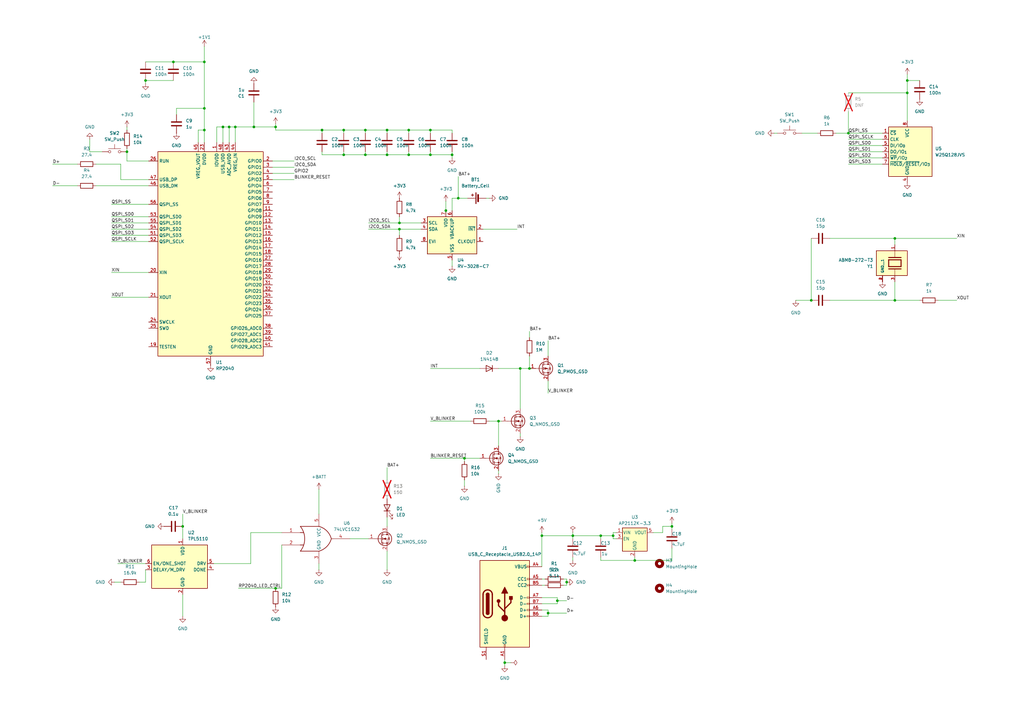
<source format=kicad_sch>
(kicad_sch (version 20250114) (generator "eeschema") (generator_version "9.0")
  (paper "A3")
  (junction (at 83.82 53.34))
  (junction (at 367.03 97.79))
  (junction (at 74.93 215.9))
  (junction (at 372.11 33.02))
  (junction (at 91.44 52.07))
  (junction (at 182.88 86.36))
  (junction (at 224.79 251.46))
  (junction (at 167.64 63.5))
  (junction (at 372.11 38.1))
  (junction (at 113.03 241.3))
  (junction (at 213.36 151.13))
  (junction (at 140.97 53.34))
  (junction (at 113.03 52.07))
  (junction (at 149.86 53.34))
  (junction (at 52.07 62.23))
  (junction (at 228.6 246.38))
  (junction (at 347.98 54.61))
  (junction (at 158.75 53.34))
  (junction (at 96.52 52.07))
  (junction (at 207.01 271.78))
  (junction (at 132.08 53.34))
  (junction (at 251.46 219.71))
  (junction (at 158.75 63.5))
  (junction (at 167.64 53.34))
  (junction (at 367.03 123.19))
  (junction (at 217.17 151.13))
  (junction (at 104.14 52.07))
  (junction (at 176.53 53.34))
  (junction (at 83.82 25.4))
  (junction (at 185.42 63.5))
  (junction (at 149.86 63.5))
  (junction (at 187.96 81.28))
  (junction (at 332.74 123.19))
  (junction (at 232.41 238.76))
  (junction (at 234.95 219.71))
  (junction (at 246.38 219.71))
  (junction (at 176.53 63.5))
  (junction (at 163.83 91.44))
  (junction (at 222.25 219.71))
  (junction (at 83.82 44.45))
  (junction (at 190.5 187.96))
  (junction (at 204.47 172.72))
  (junction (at 140.97 63.5))
  (junction (at 71.12 25.4))
  (junction (at 275.59 215.9))
  (junction (at 93.98 52.07))
  (junction (at 59.69 33.02))
  (junction (at 260.35 229.87))
  (junction (at 163.83 93.98))
  (wire (pts (xy 228.6 245.11) (xy 228.6 246.38)))
  (wire (pts (xy 113.03 53.34) (xy 132.08 53.34)))
  (wire (pts (xy 224.79 251.46) (xy 224.79 252.73)))
  (wire (pts (xy 45.72 93.98) (xy 60.96 93.98)))
  (wire (pts (xy 140.97 62.23) (xy 140.97 63.5)))
  (wire (pts (xy 74.93 215.9) (xy 74.93 220.98)))
  (wire (pts (xy 275.59 214.63) (xy 275.59 215.9)))
  (wire (pts (xy 45.72 111.76) (xy 60.96 111.76)))
  (wire (pts (xy 83.82 44.45) (xy 72.39 44.45)))
  (wire (pts (xy 52.07 60.96) (xy 52.07 62.23)))
  (wire (pts (xy 246.38 228.6) (xy 246.38 229.87)))
  (wire (pts (xy 217.17 151.13) (xy 213.36 151.13)))
  (wire (pts (xy 104.14 41.91) (xy 104.14 52.07)))
  (wire (pts (xy 232.41 240.03) (xy 232.41 238.76)))
  (wire (pts (xy 234.95 219.71) (xy 246.38 219.71)))
  (wire (pts (xy 222.25 245.11) (xy 228.6 245.11)))
  (wire (pts (xy 246.38 229.87) (xy 260.35 229.87)))
  (wire (pts (xy 228.6 246.38) (xy 232.41 246.38)))
  (wire (pts (xy 224.79 139.7) (xy 224.79 146.05)))
  (wire (pts (xy 83.82 44.45) (xy 83.82 53.34)))
  (wire (pts (xy 204.47 172.72) (xy 204.47 182.88)))
  (wire (pts (xy 132.08 53.34) (xy 140.97 53.34)))
  (wire (pts (xy 187.96 81.28) (xy 191.77 81.28)))
  (wire (pts (xy 167.64 53.34) (xy 176.53 53.34)))
  (wire (pts (xy 275.59 215.9) (xy 275.59 217.17)))
  (wire (pts (xy 72.39 44.45) (xy 72.39 46.99)))
  (wire (pts (xy 224.79 250.19) (xy 224.79 251.46)))
  (wire (pts (xy 217.17 146.05) (xy 217.17 151.13)))
  (wire (pts (xy 52.07 62.23) (xy 52.07 66.04)))
  (wire (pts (xy 113.03 52.07) (xy 113.03 50.8)))
  (wire (pts (xy 223.52 240.03) (xy 222.25 240.03)))
  (wire (pts (xy 158.75 53.34) (xy 167.64 53.34)))
  (wire (pts (xy 96.52 58.42) (xy 96.52 52.07)))
  (wire (pts (xy 81.28 58.42) (xy 81.28 53.34)))
  (wire (pts (xy 45.72 121.92) (xy 60.96 121.92)))
  (wire (pts (xy 88.9 58.42) (xy 88.9 52.07)))
  (wire (pts (xy 185.42 81.28) (xy 185.42 86.36)))
  (wire (pts (xy 372.11 33.02) (xy 372.11 38.1)))
  (wire (pts (xy 224.79 251.46) (xy 232.41 251.46)))
  (wire (pts (xy 158.75 63.5) (xy 149.86 63.5)))
  (wire (pts (xy 149.86 63.5) (xy 140.97 63.5)))
  (wire (pts (xy 163.83 88.9) (xy 163.83 91.44)))
  (wire (pts (xy 190.5 199.39) (xy 190.5 196.85)))
  (wire (pts (xy 185.42 63.5) (xy 176.53 63.5)))
  (wire (pts (xy 158.75 53.34) (xy 158.75 54.61)))
  (wire (pts (xy 149.86 53.34) (xy 158.75 53.34)))
  (wire (pts (xy 384.81 123.19) (xy 392.43 123.19)))
  (wire (pts (xy 83.82 25.4) (xy 83.82 44.45)))
  (wire (pts (xy 228.6 246.38) (xy 228.6 247.65)))
  (wire (pts (xy 342.9 54.61) (xy 347.98 54.61)))
  (wire (pts (xy 224.79 156.21) (xy 224.79 161.29)))
  (wire (pts (xy 224.79 252.73) (xy 222.25 252.73)))
  (wire (pts (xy 328.93 54.61) (xy 335.28 54.61)))
  (wire (pts (xy 132.08 53.34) (xy 132.08 54.61)))
  (wire (pts (xy 158.75 191.77) (xy 158.75 196.85)))
  (wire (pts (xy 39.37 76.2) (xy 60.96 76.2)))
  (wire (pts (xy 190.5 189.23) (xy 190.5 187.96)))
  (wire (pts (xy 21.59 76.2) (xy 31.75 76.2)))
  (wire (pts (xy 158.75 226.06) (xy 158.75 233.68)))
  (wire (pts (xy 332.74 97.79) (xy 332.74 123.19)))
  (wire (pts (xy 267.97 218.44) (xy 271.78 218.44)))
  (wire (pts (xy 96.52 52.07) (xy 104.14 52.07)))
  (wire (pts (xy 163.83 91.44) (xy 172.72 91.44)))
  (wire (pts (xy 185.42 62.23) (xy 185.42 63.5)))
  (wire (pts (xy 213.36 151.13) (xy 204.47 151.13)))
  (wire (pts (xy 347.98 54.61) (xy 361.95 54.61)))
  (wire (pts (xy 347.98 57.15) (xy 361.95 57.15)))
  (wire (pts (xy 176.53 53.34) (xy 176.53 54.61)))
  (wire (pts (xy 59.69 33.02) (xy 59.69 34.29)))
  (wire (pts (xy 182.88 86.36) (xy 182.88 87.63)))
  (wire (pts (xy 251.46 218.44) (xy 251.46 219.71)))
  (wire (pts (xy 198.12 93.98) (xy 212.09 93.98)))
  (wire (pts (xy 158.75 62.23) (xy 158.75 63.5)))
  (wire (pts (xy 185.42 106.68) (xy 185.42 109.22)))
  (wire (pts (xy 45.72 83.82) (xy 60.96 83.82)))
  (wire (pts (xy 45.72 99.06) (xy 60.96 99.06)))
  (wire (pts (xy 251.46 218.44) (xy 252.73 218.44)))
  (wire (pts (xy 367.03 115.57) (xy 367.03 123.19)))
  (wire (pts (xy 260.35 228.6) (xy 260.35 229.87)))
  (wire (pts (xy 111.76 71.12) (xy 120.65 71.12)))
  (wire (pts (xy 251.46 219.71) (xy 251.46 220.98)))
  (wire (pts (xy 102.87 218.44) (xy 115.57 218.44)))
  (wire (pts (xy 149.86 53.34) (xy 149.86 54.61)))
  (wire (pts (xy 39.37 67.31) (xy 49.53 67.31)))
  (wire (pts (xy 74.93 243.84) (xy 74.93 252.73)))
  (wire (pts (xy 367.03 97.79) (xy 392.43 97.79)))
  (wire (pts (xy 222.25 218.44) (xy 222.25 219.71)))
  (wire (pts (xy 36.83 62.23) (xy 36.83 57.15)))
  (wire (pts (xy 163.83 93.98) (xy 163.83 96.52)))
  (wire (pts (xy 222.25 237.49) (xy 223.52 237.49)))
  (wire (pts (xy 190.5 187.96) (xy 196.85 187.96)))
  (wire (pts (xy 167.64 53.34) (xy 167.64 54.61)))
  (wire (pts (xy 347.98 45.72) (xy 347.98 54.61)))
  (wire (pts (xy 317.5 54.61) (xy 318.77 54.61)))
  (wire (pts (xy 176.53 53.34) (xy 185.42 53.34)))
  (wire (pts (xy 234.95 219.71) (xy 222.25 219.71)))
  (wire (pts (xy 158.75 212.09) (xy 158.75 215.9)))
  (wire (pts (xy 347.98 38.1) (xy 372.11 38.1)))
  (wire (pts (xy 167.64 63.5) (xy 158.75 63.5)))
  (wire (pts (xy 59.69 25.4) (xy 71.12 25.4)))
  (wire (pts (xy 187.96 72.39) (xy 187.96 81.28)))
  (wire (pts (xy 207.01 271.78) (xy 207.01 270.51)))
  (wire (pts (xy 217.17 135.89) (xy 217.17 138.43)))
  (wire (pts (xy 46.99 238.76) (xy 49.53 238.76)))
  (wire (pts (xy 326.39 123.19) (xy 332.74 123.19)))
  (wire (pts (xy 83.82 53.34) (xy 83.82 58.42)))
  (wire (pts (xy 111.76 66.04) (xy 120.65 66.04)))
  (wire (pts (xy 213.36 179.07) (xy 213.36 177.8)))
  (wire (pts (xy 367.03 97.79) (xy 367.03 100.33)))
  (wire (pts (xy 185.42 81.28) (xy 187.96 81.28)))
  (wire (pts (xy 199.39 81.28) (xy 200.66 81.28)))
  (wire (pts (xy 140.97 53.34) (xy 140.97 54.61)))
  (wire (pts (xy 347.98 59.69) (xy 361.95 59.69)))
  (wire (pts (xy 59.69 238.76) (xy 59.69 233.68)))
  (wire (pts (xy 347.98 62.23) (xy 361.95 62.23)))
  (wire (pts (xy 207.01 273.05) (xy 207.01 271.78)))
  (wire (pts (xy 41.91 62.23) (xy 36.83 62.23)))
  (wire (pts (xy 45.72 96.52) (xy 60.96 96.52)))
  (wire (pts (xy 340.36 97.79) (xy 367.03 97.79)))
  (wire (pts (xy 49.53 73.66) (xy 60.96 73.66)))
  (wire (pts (xy 234.95 219.71) (xy 234.95 220.98)))
  (wire (pts (xy 88.9 52.07) (xy 91.44 52.07)))
  (wire (pts (xy 185.42 53.34) (xy 185.42 54.61)))
  (wire (pts (xy 45.72 91.44) (xy 60.96 91.44)))
  (wire (pts (xy 222.25 219.71) (xy 222.25 232.41)))
  (wire (pts (xy 185.42 63.5) (xy 185.42 64.77)))
  (wire (pts (xy 372.11 33.02) (xy 377.19 33.02)))
  (wire (pts (xy 271.78 218.44) (xy 271.78 215.9)))
  (wire (pts (xy 45.72 88.9) (xy 60.96 88.9)))
  (wire (pts (xy 93.98 52.07) (xy 93.98 58.42)))
  (wire (pts (xy 48.26 231.14) (xy 59.69 231.14)))
  (wire (pts (xy 143.51 220.98) (xy 151.13 220.98)))
  (wire (pts (xy 251.46 220.98) (xy 252.73 220.98)))
  (wire (pts (xy 97.79 241.3) (xy 113.03 241.3)))
  (wire (pts (xy 340.36 123.19) (xy 367.03 123.19)))
  (wire (pts (xy 176.53 172.72) (xy 193.04 172.72)))
  (wire (pts (xy 176.53 62.23) (xy 176.53 63.5)))
  (wire (pts (xy 232.41 237.49) (xy 232.41 238.76)))
  (wire (pts (xy 91.44 52.07) (xy 93.98 52.07)))
  (wire (pts (xy 140.97 63.5) (xy 132.08 63.5)))
  (wire (pts (xy 21.59 67.31) (xy 31.75 67.31)))
  (wire (pts (xy 52.07 66.04) (xy 60.96 66.04)))
  (wire (pts (xy 111.76 73.66) (xy 120.65 73.66)))
  (wire (pts (xy 347.98 67.31) (xy 361.95 67.31)))
  (wire (pts (xy 260.35 229.87) (xy 275.59 229.87)))
  (wire (pts (xy 275.59 224.79) (xy 275.59 229.87)))
  (wire (pts (xy 367.03 123.19) (xy 377.19 123.19)))
  (wire (pts (xy 246.38 219.71) (xy 246.38 220.98)))
  (wire (pts (xy 182.88 82.55) (xy 182.88 86.36)))
  (wire (pts (xy 71.12 25.4) (xy 83.82 25.4)))
  (wire (pts (xy 83.82 19.05) (xy 83.82 25.4)))
  (wire (pts (xy 140.97 53.34) (xy 149.86 53.34)))
  (wire (pts (xy 176.53 151.13) (xy 196.85 151.13)))
  (wire (pts (xy 204.47 172.72) (xy 205.74 172.72)))
  (wire (pts (xy 347.98 64.77) (xy 361.95 64.77)))
  (wire (pts (xy 113.03 52.07) (xy 113.03 53.34)))
  (wire (pts (xy 104.14 52.07) (xy 113.03 52.07)))
  (wire (pts (xy 372.11 30.48) (xy 372.11 33.02)))
  (wire (pts (xy 57.15 238.76) (xy 59.69 238.76)))
  (wire (pts (xy 163.83 93.98) (xy 172.72 93.98)))
  (wire (pts (xy 102.87 218.44) (xy 102.87 231.14)))
  (wire (pts (xy 149.86 62.23) (xy 149.86 63.5)))
  (wire (pts (xy 111.76 68.58) (xy 120.65 68.58)))
  (wire (pts (xy 81.28 53.34) (xy 83.82 53.34)))
  (wire (pts (xy 151.13 91.44) (xy 163.83 91.44)))
  (wire (pts (xy 115.57 241.3) (xy 115.57 223.52)))
  (wire (pts (xy 222.25 250.19) (xy 224.79 250.19)))
  (wire (pts (xy 234.95 218.44) (xy 234.95 219.71)))
  (wire (pts (xy 130.81 200.66) (xy 130.81 210.82)))
  (wire (pts (xy 130.81 231.14) (xy 130.81 233.68)))
  (wire (pts (xy 176.53 63.5) (xy 167.64 63.5)))
  (wire (pts (xy 234.95 228.6) (xy 234.95 229.87)))
  (wire (pts (xy 372.11 38.1) (xy 372.11 49.53)))
  (wire (pts (xy 132.08 63.5) (xy 132.08 62.23)))
  (wire (pts (xy 91.44 52.07) (xy 91.44 58.42)))
  (wire (pts (xy 200.66 172.72) (xy 204.47 172.72)))
  (wire (pts (xy 102.87 231.14) (xy 87.63 231.14)))
  (wire (pts (xy 113.03 241.3) (xy 115.57 241.3)))
  (wire (pts (xy 96.52 52.07) (xy 93.98 52.07)))
  (wire (pts (xy 52.07 52.07) (xy 52.07 53.34)))
  (wire (pts (xy 74.93 210.82) (xy 74.93 215.9)))
  (wire (pts (xy 59.69 33.02) (xy 71.12 33.02)))
  (wire (pts (xy 231.14 240.03) (xy 232.41 240.03)))
  (wire (pts (xy 271.78 215.9) (xy 275.59 215.9)))
  (wire (pts (xy 204.47 194.31) (xy 204.47 193.04)))
  (wire (pts (xy 231.14 237.49) (xy 232.41 237.49)))
  (wire (pts (xy 151.13 93.98) (xy 163.83 93.98)))
  (wire (pts (xy 207.01 271.78) (xy 209.55 271.78)))
  (wire (pts (xy 49.53 67.31) (xy 49.53 73.66)))
  (wire (pts (xy 228.6 247.65) (xy 222.25 247.65)))
  (wire (pts (xy 246.38 219.71) (xy 251.46 219.71)))
  (wire (pts (xy 213.36 151.13) (xy 213.36 167.64)))
  (wire (pts (xy 167.64 62.23) (xy 167.64 63.5)))
  (wire (pts (xy 176.53 187.96) (xy 190.5 187.96)))
  (label "BAT+" (at 224.79 139.7 0))
  (label "D+" (at 232.41 251.46 0))
  (label "GPIO2" (at 120.65 71.12 0))
  (label "QSPI_SD3" (at 347.98 67.31 0))
  (label "XIN" (at 392.43 97.79 0))
  (label "QSPI_SS" (at 347.98 54.61 0))
  (label "QSPI_SD0" (at 347.98 59.69 0))
  (label "I2C0_SDA" (at 120.65 68.58 0))
  (label "BAT+" (at 158.75 191.77 0))
  (label "BAT+" (at 217.17 135.89 0))
  (label "INT" (at 212.09 93.98 0))
  (label "BLINKER_RESET" (at 176.53 187.96 0))
  (label "D-" (at 21.59 76.2 0))
  (label "QSPI_SS" (at 45.72 83.82 0))
  (label "V_BLINKER" (at 224.79 161.29 0))
  (label "V_BLINKER" (at 176.53 172.72 0))
  (label "QSPI_SD1" (at 347.98 62.23 0))
  (label "D+" (at 21.59 67.31 0))
  (label "I2C0_SCL" (at 151.13 91.44 0))
  (label "QSPI_SD1" (at 45.72 91.44 0))
  (label "QSPI_SCLK" (at 45.72 99.06 0))
  (label "QSPI_SD2" (at 347.98 64.77 0))
  (label "XIN" (at 45.72 111.76 0))
  (label "QSPI_SD0" (at 45.72 88.9 0))
  (label "QSPI_SD3" (at 45.72 96.52 0))
  (label "D-" (at 232.41 246.38 0))
  (label "QSPI_SCLK" (at 347.98 57.15 0))
  (label "V_BLINKER" (at 74.93 210.82 0))
  (label "I2C0_SCL" (at 120.65 66.04 0))
  (label "I2C0_SDA" (at 151.13 93.98 0))
  (label "RP2040_LED_CTRL" (at 97.79 241.3 0))
  (label "BAT+" (at 187.96 72.39 0))
  (label "INT" (at 176.53 151.13 0))
  (label "QSPI_SD2" (at 45.72 93.98 0))
  (label "XOUT" (at 45.72 121.92 0))
  (label "V_BLINKER" (at 48.26 231.14 0))
  (label "BLINKER_RESET" (at 120.65 73.66 0))
  (label "XOUT" (at 392.43 123.19 0))
  (symbol (lib_id "Device:R") (at 113.03 245.11 180) (unit 1)
    (property "Reference" "R12" (at 115.57 243.8399 0) (effects (justify right)))
    (property "Value" "10k" (at 115.57 246.3799 0) (effects (justify right)))
    (property "Footprint" "Resistor_SMD:R_0402_1005Metric_Pad0.72x0.64mm_HandSolder" (effects (hide yes)))
    (property "Description" "Resistor" (effects (hide yes)))
    (property "DIGIKEY #" "1276-3431-1-ND" (effects (hide yes)))
    (property "MPN" "RC1005F103CS" (effects (hide yes)))
    (property "MANUFACTURER" "Samsung Electro-Mechanics" (effects (hide yes)))
  )
  (symbol (lib_id "power:GND") (at 130.81 233.68 0) (unit 1)
    (property "Reference" "#PWR030" (effects (hide yes)))
    (property "Value" "GND" (at 130.81 238.76 0))
    (property "Description" "Power symbol creates a global label with name \"GND\" , ground" (effects (hide yes)))
  )
  (symbol (lib_id "power:GND") (at 72.39 54.61 0) (unit 1)
    (property "Reference" "#PWR08" (effects (hide yes)))
    (property "Value" "GND" (at 72.39 59.69 0))
    (property "Description" "Power symbol creates a global label with name \"GND\" , ground" (effects (hide yes)))
  )
  (symbol (lib_id "Device:C") (at 59.69 29.21 0) (unit 1)
    (property "Reference" "C11" (at 63.5 27.9399 0) (effects (justify left)))
    (property "Value" "100n" (at 63.5 30.4799 0) (effects (justify left)))
    (property "Footprint" "Capacitor_SMD:C_0402_1005Metric_Pad0.74x0.62mm_HandSolder" (effects (hide yes)))
    (property "Description" "Unpolarized capacitor" (effects (hide yes)))
    (property "DIGIKEY #" "1276-CL05B104KP5VPNCCT-ND" (effects (hide yes)))
    (property "MPN" "CL05B104KP5VPNC" (effects (hide yes)))
    (property "MANUFACTURER" "Samsung Electro-Mechanics" (effects (hide yes)))
  )
  (symbol (lib_id "Device:C") (at 377.19 36.83 0) (unit 1)
    (property "Reference" "C14" (at 381 35.5599 0) (effects (justify left)))
    (property "Value" "100n" (at 381 38.0999 0) (effects (justify left)))
    (property "Footprint" "Capacitor_SMD:C_0402_1005Metric_Pad0.74x0.62mm_HandSolder" (effects (hide yes)))
    (property "Description" "Unpolarized capacitor" (effects (hide yes)))
    (property "DIGIKEY #" "1276-CL05B104KP5VPNCCT-ND" (effects (hide yes)))
    (property "MPN" "CL05B104KP5VPNC" (effects (hide yes)))
    (property "MANUFACTURER" "Samsung Electro-Mechanics" (effects (hide yes)))
  )
  (symbol (lib_id "Device:C") (at 71.12 215.9 90) (unit 1)
    (property "Reference" "C17" (at 71.12 208.28 90))
    (property "Value" "0.1u" (at 71.12 210.82 90))
    (property "Footprint" "Capacitor_SMD:C_0402_1005Metric_Pad0.74x0.62mm_HandSolder" (effects (hide yes)))
    (property "Description" "Unpolarized capacitor" (effects (hide yes)))
    (property "DIGIKEY #" "1276-1002-1-ND" (effects (hide yes)))
    (property "MPN" "CL05B104KP5NNNC" (effects (hide yes)))
    (property "MANUFACTURER" "Samsung Electro-Mechanics" (effects (hide yes)))
  )
  (symbol (lib_id "power:+5V") (at 222.25 218.44 0) (unit 1)
    (property "Reference" "#PWR02" (effects (hide yes)))
    (property "Value" "+5V" (at 222.25 213.36 0))
    (property "Description" "Power symbol creates a global label with name \"+5V\"" (effects (hide yes)))
  )
  (symbol (lib_id "power:+3V3") (at 163.83 81.28 0) (unit 1)
    (property "Reference" "#PWR025" (effects (hide yes)))
    (property "Value" "+3V3" (at 163.83 76.2 0))
    (property "Description" "Power symbol creates a global label with name \"+3V3\"" (effects (hide yes)))
  )
  (symbol (lib_id "power:+BATT") (at 130.81 200.66 0) (unit 1)
    (property "Reference" "#PWR029" (effects (hide yes)))
    (property "Value" "+BATT" (at 130.81 195.58 0))
    (property "Description" "Power symbol creates a global label with name \"+BATT\"" (effects (hide yes)))
  )
  (symbol (lib_id "power:GND") (at 361.95 115.57 0) (unit 1)
    (property "Reference" "#PWR019" (effects (hide yes)))
    (property "Value" "GND" (at 361.95 120.4718 0))
    (property "Description" "Power symbol creates a global label with name \"GND\" , ground" (effects (hide yes)))
  )
  (symbol (lib_id "Device:R") (at 53.34 238.76 90) (unit 1)
    (property "Reference" "R11" (at 53.34 232.41 90))
    (property "Value" "16.9k" (at 53.34 234.95 90))
    (property "Footprint" "Resistor_SMD:R_0402_1005Metric_Pad0.72x0.64mm_HandSolder" (effects (hide yes)))
    (property "Description" "Resistor" (effects (hide yes)))
    (property "DIGIKEY #" "P16.9KLCT-ND" (effects (hide yes)))
    (property "MPN" "ERJ-2RKF1692X" (effects (hide yes)))
    (property "MANUFACTURER" "Panasonic Electronic Components" (effects (hide yes)))
  )
  (symbol (lib_id "Device:C") (at 149.86 58.42 0) (unit 1)
    (property "Reference" "C4" (at 153.67 57.1499 0) (effects (justify left)))
    (property "Value" "100n" (at 153.67 59.6899 0) (effects (justify left)))
    (property "Footprint" "Capacitor_SMD:C_0402_1005Metric_Pad0.74x0.62mm_HandSolder" (effects (hide yes)))
    (property "Description" "Unpolarized capacitor" (effects (hide yes)))
    (property "DIGIKEY #" "1276-CL05B104KP5VPNCCT-ND" (effects (hide yes)))
    (property "MPN" "CL05B104KP5VPNC" (effects (hide yes)))
    (property "MANUFACTURER" "Samsung Electro-Mechanics" (effects (hide yes)))
  )
  (symbol (lib_id "power:GND") (at 46.99 238.76 270) (unit 1)
    (property "Reference" "#PWR027" (effects (hide yes)))
    (property "Value" "GND" (at 43.18 238.7599 90) (effects (justify right)))
    (property "Description" "Power symbol creates a global label with name \"GND\" , ground" (effects (hide yes)))
  )
  (symbol (lib_id "power:+3V3") (at 275.59 214.63 0) (unit 1)
    (property "Reference" "#PWR011" (effects (hide yes)))
    (property "Value" "+3V3" (at 275.59 209.55 0))
    (property "Description" "Power symbol creates a global label with name \"+3V3\"" (effects (hide yes)))
  )
  (symbol (lib_id "power:GND") (at 86.36 149.86 0) (unit 1)
    (property "Reference" "#PWR017" (effects (hide yes)))
    (property "Value" "GND" (at 86.36 154.94 0))
    (property "Description" "Power symbol creates a global label with name \"GND\" , ground" (effects (hide yes)))
  )
  (symbol (lib_id "Device:C") (at 176.53 58.42 0) (unit 1)
    (property "Reference" "C7" (at 180.34 57.1499 0) (effects (justify left)))
    (property "Value" "100n" (at 180.34 59.6899 0) (effects (justify left)))
    (property "Footprint" "Capacitor_SMD:C_0402_1005Metric_Pad0.74x0.62mm_HandSolder" (effects (hide yes)))
    (property "Description" "Unpolarized capacitor" (effects (hide yes)))
    (property "DIGIKEY #" "1276-CL05B104KP5VPNCCT-ND" (effects (hide yes)))
    (property "MPN" "CL05B104KP5VPNC" (effects (hide yes)))
    (property "MANUFACTURER" "Samsung Electro-Mechanics" (effects (hide yes)))
  )
  (symbol (lib_id "power:GND") (at 232.41 238.76 90) (unit 1)
    (property "Reference" "#PWR01" (effects (hide yes)))
    (property "Value" "GND" (at 236.22 238.7599 90) (effects (justify right)))
    (property "Description" "Power symbol creates a global label with name \"GND\" , ground" (effects (hide yes)))
  )
  (symbol (lib_id "power:GND") (at 113.03 248.92 0) (unit 1)
    (property "Reference" "#PWR031" (effects (hide yes)))
    (property "Value" "GND" (at 113.03 254 0))
    (property "Description" "Power symbol creates a global label with name \"GND\" , ground" (effects (hide yes)))
  )
  (symbol (lib_id "Regulator_Linear:AP2112K-3.3") (at 260.35 220.98 0) (unit 1)
    (property "Reference" "U3" (at 260.35 212.09 0))
    (property "Value" "AP2112K-3.3" (at 260.35 214.63 0))
    (property "Footprint" "Package_TO_SOT_SMD:SOT-23-5" (effects (hide yes)))
    (property "Datasheet" "https://www.diodes.com/assets/Datasheets/AP2112.pdf" (effects (hide yes)))
    (property "Description" "600mA low dropout linear regulator, with enable pin, 3.8V-6V input voltage range, 3.3V fixed positive output, SOT-23-5" (effects (hide yes)))
    (property "DIGIKEY #" "AP2112K-3.3TRG1DICT-ND" (effects (hide yes)))
    (property "MPN" "AP2112K-3.3TRG1" (effects (hide yes)))
    (property "MANUFACTURER" "Diodes Incorporated" (effects (hide yes)))
  )
  (symbol (lib_id "power:GND") (at 377.19 40.64 0) (unit 1)
    (property "Reference" "#PWR014" (effects (hide yes)))
    (property "Value" "GND" (at 377.19 45.72 0))
    (property "Description" "Power symbol creates a global label with name \"GND\" , ground" (effects (hide yes)))
  )
  (symbol (lib_id "power:+3V3") (at 372.11 30.48 0) (unit 1)
    (property "Reference" "#PWR013" (effects (hide yes)))
    (property "Value" "+3V3" (at 372.11 25.4 0))
    (property "Description" "Power symbol creates a global label with name \"+3V3\"" (effects (hide yes)))
  )
  (symbol (lib_id "Transistor_FET:Q_PMOS_GSD") (at 222.25 151.13 0) (unit 1)
    (property "Reference" "Q1" (at 228.6 149.8599 0) (effects (justify left)))
    (property "Value" "Q_PMOS_GSD" (at 228.6 152.3999 0) (effects (justify left)))
    (property "Footprint" "Package_TO_SOT_SMD:SOT-23" (effects (hide yes)))
    (property "Description" "P-MOSFET transistor, gate/source/drain" (effects (hide yes)))
    (property "DIGIKEY #" "DMP2305UDICT-ND" (effects (hide yes)))
    (property "MPN" "DMP2305U-7" (effects (hide yes)))
    (property "MANUFACTURER" "Diodes Incorporated" (effects (hide yes)))
  )
  (symbol (lib_id "74xGxx:74LVC1G32") (at 130.81 220.98 0) (unit 1)
    (property "Reference" "U6" (at 142.24 214.5598 0))
    (property "Value" "74LVC1G32" (at 142.24 217.0998 0))
    (property "Footprint" "Package_TO_SOT_SMD:SOT-23-5" (effects (hide yes)))
    (property "Datasheet" "http://www.ti.com/lit/sg/scyt129e/scyt129e.pdf" (effects (hide yes)))
    (property "Description" "Single OR Gate, Low-Voltage CMOS" (effects (hide yes)))
    (property "DIGIKEY #" "296-9847-1-ND" (effects (hide yes)))
    (property "MPN" "SN74LVC1G32DBVR" (effects (hide yes)))
    (property "MANUFACTURER" "Texas Instruments" (effects (hide yes)))
  )
  (symbol (lib_id "power:GND") (at 234.95 229.87 0) (unit 1)
    (property "Reference" "#PWR010" (effects (hide yes)))
    (property "Value" "GND" (at 234.95 234.95 0))
    (property "Description" "Power symbol creates a global label with name \"GND\" , ground" (effects (hide yes)))
  )
  (symbol (lib_id "power:+3V3") (at 163.83 104.14 180) (unit 1)
    (property "Reference" "#PWR024" (effects (hide yes)))
    (property "Value" "+3V3" (at 163.83 109.22 0))
    (property "Description" "Power symbol creates a global label with name \"+3V3\"" (effects (hide yes)))
  )
  (symbol (lib_id "Device:LED") (at 158.75 208.28 90) (unit 1)
    (property "Reference" "D1" (at 162.56 208.5974 90) (effects (justify right)))
    (property "Value" "LED" (at 162.56 211.1374 90) (effects (justify right)))
    (property "Footprint" "LED_SMD:LED_0805_2012Metric" (effects (hide yes)))
    (property "Description" "Light emitting diode" (effects (hide yes)))
    (property "Sim.Pins" "1=K 2=A" (effects (hide yes)))
    (property "DIGIKEY #" "475-LSR976-NR-1CT-ND" (effects (hide yes)))
    (property "MPN" "LS R976-NR-1-0-20-R18" (effects (hide yes)))
    (property "MANUFACTURER" "ams-OSRAM USA INC." (effects (hide yes)))
  )
  (symbol (lib_id "Mechanical:MountingHole") (at 270.51 231.14 0) (unit 1) (in_bom no)
    (property "Reference" "H3" (at 273.05 229.8699 0) (effects (justify left)))
    (property "Value" "MountingHole" (at 273.05 232.4099 0) (effects (justify left)))
    (property "Footprint" "MountingHole:MountingHole_2.7mm_M2.5" (effects (hide yes)))
    (property "Description" "Mounting Hole without connection" (effects (hide yes)))
  )
  (symbol (lib_id "Device:R") (at 227.33 237.49 90) (unit 1)
    (property "Reference" "R1" (at 227.33 231.14 90))
    (property "Value" "5.1k" (at 227.33 233.68 90))
    (property "Footprint" "Resistor_SMD:R_0402_1005Metric_Pad0.72x0.64mm_HandSolder" (effects (hide yes)))
    (property "Description" "Resistor" (effects (hide yes)))
    (property "DIGIKEY #" "311-5.10KLRCT-ND" (effects (hide yes)))
    (property "MPN" "RC0402FR-075K1L" (effects (hide yes)))
    (property "MANUFACTURER" "YAGEO" (effects (hide yes)))
  )
  (symbol (lib_id "ABM8-272-T3:ABM8-272-T3") (at 367.03 107.95 270) (unit 1)
    (property "Reference" "Y1" (at 358.14 109.2201 90) (effects (justify right)))
    (property "Value" "ABM8-272-T3" (at 358.14 106.6801 90) (effects (justify right)))
    (property "Footprint" "Crystal:Crystal_SMD_3225-4Pin_3.2x2.5mm" (effects (hide yes)))
    (property "MAXIMUM_PACKAGE_HEIGHT" "0.8mm" (effects (hide yes)))
    (property "CREATOR" "DIZAR" (effects (hide yes)))
    (property "STANDARD" "Manufacturer Recommendations" (effects (hide yes)))
    (property "PARTREV" "07-29-20" (effects (hide yes)))
    (property "MANUFACTURER" "ABRACON" (effects (hide yes)))
    (property "DIGIKEY #" "535-ABM8-272-T3CT-ND" (effects (hide yes)))
    (property "MPN" "ABM8-272-T3" (effects (hide yes)))
  )
  (symbol (lib_id "power:GND") (at 74.93 252.73 0) (unit 1)
    (property "Reference" "#PWR026" (effects (hide yes)))
    (property "Value" "GND" (at 74.93 257.81 0))
    (property "Description" "Power symbol creates a global label with name \"GND\" , ground" (effects (hide yes)))
  )
  (symbol (lib_id "Device:Battery_Cell") (at 196.85 81.28 90) (unit 1)
    (property "Reference" "BT1" (at 195.0085 73.66 90))
    (property "Value" "Battery_Cell" (at 195.0085 76.2 90))
    (property "Footprint" "Battery:BatteryHolder_Keystone_106_1x20mm" (effects (hide yes)))
    (property "Description" "Single-cell battery" (effects (hide yes)))
    (property "DIGIKEY #" "36-106-ND" (effects (hide yes)))
    (property "MANUFACTURER" "Keystone Electronics" (effects (hide yes)))
    (property "MPN" "106" (effects (hide yes)))
  )
  (symbol (lib_id "power:GND") (at 36.83 57.15 180) (unit 1)
    (property "Reference" "#PWR035" (effects (hide yes)))
    (property "Value" "GND" (at 36.83 52.07 0))
    (property "Description" "Power symbol creates a global label with name \"GND\" , ground" (effects (hide yes)))
  )
  (symbol (lib_id "power:PWR_FLAG") (at 234.95 218.44 0) (unit 1)
    (property "Reference" "#FLG01" (effects (hide yes)))
    (property "Value" "PWR_FLAG" (effects (hide yes)))
    (property "Description" "Special symbol for telling ERC where power comes from" (effects (hide yes)))
  )
  (symbol (lib_id "power:GND") (at 207.01 273.05 0) (unit 1)
    (property "Reference" "#PWR09" (effects (hide yes)))
    (property "Value" "GND" (at 207.01 278.13 0))
    (property "Description" "Power symbol creates a global label with name \"GND\" , ground" (effects (hide yes)))
  )
  (symbol (lib_id "Mechanical:MountingHole") (at 270.51 241.3 0) (unit 1) (in_bom no)
    (property "Reference" "H4" (at 273.05 240.0299 0) (effects (justify left)))
    (property "Value" "MountingHole" (at 273.05 242.5699 0) (effects (justify left)))
    (property "Footprint" "MountingHole:MountingHole_2.7mm_M2.5" (effects (hide yes)))
    (property "Description" "Mounting Hole without connection" (effects (hide yes)))
  )
  (symbol (lib_id "Device:R") (at 347.98 41.91 0) (unit 1) (dnp yes)
    (property "Reference" "R5" (at 350.52 40.6399 0) (effects (justify left)))
    (property "Value" "DNF" (at 350.52 43.1799 0) (effects (justify left)))
    (property "Footprint" "Resistor_SMD:R_0402_1005Metric_Pad0.72x0.64mm_HandSolder" (effects (hide yes)))
    (property "Description" "Resistor" (effects (hide yes)))
  )
  (symbol (lib_id "Diode:1N4148") (at 200.66 151.13 180) (unit 1)
    (property "Reference" "D2" (at 200.66 144.78 0))
    (property "Value" "1N4148" (at 200.66 147.32 0))
    (property "Footprint" "Diode_THT:D_DO-35_SOD27_P7.62mm_Horizontal" (effects (hide yes)))
    (property "Datasheet" "https://assets.nexperia.com/documents/data-sheet/1N4148_1N4448.pdf" (effects (hide yes)))
    (property "Description" "100V 0.15A standard switching diode, DO-35" (effects (hide yes)))
    (property "Sim.Device" "D" (effects (hide yes)))
    (property "Sim.Pins" "1=K 2=A" (effects (hide yes)))
    (property "DIGIKEY #" "1N4148WL2-TPMSCT-ND" (effects (hide yes)))
    (property "MANUFACTURER" "MCC (Micro Commercial Components)" (effects (hide yes)))
    (property "MPN" "1N4148WL2-TP" (effects (hide yes)))
  )
  (symbol (lib_id "Device:C") (at 132.08 58.42 0) (unit 1)
    (property "Reference" "C2" (at 135.89 57.1499 0) (effects (justify left)))
    (property "Value" "100n" (at 135.89 59.6899 0) (effects (justify left)))
    (property "Footprint" "Capacitor_SMD:C_0402_1005Metric_Pad0.74x0.62mm_HandSolder" (effects (hide yes)))
    (property "Description" "Unpolarized capacitor" (effects (hide yes)))
    (property "DIGIKEY #" "1276-CL05B104KP5VPNCCT-ND" (effects (hide yes)))
    (property "MPN" "CL05B104KP5VPNC" (effects (hide yes)))
    (property "MANUFACTURER" "Samsung Electro-Mechanics" (effects (hide yes)))
  )
  (symbol (lib_id "Device:R") (at 35.56 67.31 90) (unit 1)
    (property "Reference" "R3" (at 35.56 60.96 90))
    (property "Value" "27.4" (at 35.56 63.5 90))
    (property "Footprint" "Resistor_SMD:R_0402_1005Metric_Pad0.72x0.64mm_HandSolder" (effects (hide yes)))
    (property "Description" "Resistor" (effects (hide yes)))
    (property "DIGIKEY #" "738-RMCF0402FT27R4CT-ND" (effects (hide yes)))
    (property "MPN" "RMCF0402FT27R4" (effects (hide yes)))
    (property "MANUFACTURER" "Stackpole Electronics Inc" (effects (hide yes)))
  )
  (symbol (lib_id "power:GND") (at 185.42 109.22 0) (unit 1)
    (property "Reference" "#PWR023" (effects (hide yes)))
    (property "Value" "GND" (at 185.42 114.3 0))
    (property "Description" "Power symbol creates a global label with name \"GND\" , ground" (effects (hide yes)))
  )
  (symbol (lib_id "power:GND") (at 185.42 64.77 0) (unit 1)
    (property "Reference" "#PWR05" (effects (hide yes)))
    (property "Value" "GND" (at 185.42 69.85 0))
    (property "Description" "Power symbol creates a global label with name \"GND\" , ground" (effects (hide yes)))
  )
  (symbol (lib_id "Device:R") (at 227.33 240.03 90) (unit 1)
    (property "Reference" "R2" (at 227.33 233.68 90))
    (property "Value" "5.1k" (at 227.33 236.22 90))
    (property "Footprint" "Resistor_SMD:R_0402_1005Metric_Pad0.72x0.64mm_HandSolder" (effects (hide yes)))
    (property "Description" "Resistor" (effects (hide yes)))
    (property "DIGIKEY #" "311-5.10KLRCT-ND" (effects (hide yes)))
    (property "MPN" "RC0402FR-075K1L" (effects (hide yes)))
    (property "MANUFACTURER" "YAGEO" (effects (hide yes)))
  )
  (symbol (lib_id "power:GND") (at 326.39 123.19 0) (unit 1)
    (property "Reference" "#PWR018" (effects (hide yes)))
    (property "Value" "GND" (at 326.39 128.27 0))
    (property "Description" "Power symbol creates a global label with name \"GND\" , ground" (effects (hide yes)))
  )
  (symbol (lib_id "Memory_Flash:W25Q128JVS") (at 372.11 62.23 0) (unit 1)
    (property "Reference" "U5" (at 383.54 60.9599 0) (effects (justify left)))
    (property "Value" "W25Q128JVS" (at 383.54 63.4999 0) (effects (justify left)))
    (property "Footprint" "Package_SO:SOIC-8_5.3x5.3mm_P1.27mm" (effects (hide yes)))
    (property "Datasheet" "https://www.winbond.com/resource-files/w25q128jv_dtr%20revc%2003272018%20plus.pdf" (effects (hide yes)))
    (property "Description" "128Mbit / 16MiB Serial Flash Memory, Standard/Dual/Quad SPI, 2.7-3.6V, SOIC-8" (effects (hide yes)))
    (property "DIGIKEY #" "256-W25Q128JVSIQTRCT-ND" (effects (hide yes)))
    (property "MPN" "W25Q128JVSIQ TR" (effects (hide yes)))
    (property "MANUFACTURER" "Winbond Electronics" (effects (hide yes)))
  )
  (symbol (lib_id "Device:C") (at 104.14 38.1 180) (unit 1)
    (property "Reference" "C1" (at 100.33 39.3701 0) (effects (justify left)))
    (property "Value" "1u" (at 100.33 36.8301 0) (effects (justify left)))
    (property "Footprint" "Capacitor_SMD:C_0402_1005Metric_Pad0.74x0.62mm_HandSolder" (effects (hide yes)))
    (property "Description" "Unpolarized capacitor" (effects (hide yes)))
    (property "DIGIKEY #" "445-C1005X5R1E105K050ECCT-ND" (effects (hide yes)))
    (property "MPN" "C1005X5R1E105K050EC" (effects (hide yes)))
    (property "MANUFACTURER" "TDK Corporation" (effects (hide yes)))
  )
  (symbol (lib_id "Device:R") (at 217.17 142.24 0) (unit 1)
    (property "Reference" "R10" (at 219.71 140.9699 0) (effects (justify left)))
    (property "Value" "1M" (at 219.71 143.5099 0) (effects (justify left)))
    (property "Footprint" "Resistor_SMD:R_0402_1005Metric_Pad0.72x0.64mm_HandSolder" (effects (hide yes)))
    (property "Description" "Resistor" (effects (hide yes)))
    (property "DIGIKEY #" "A129663CT-ND" (effects (hide yes)))
    (property "MPN" "CRGCQ0402F1M0" (effects (hide yes)))
    (property "MANUFACTURER" "TE Connectivity Passive Product" (effects (hide yes)))
  )
  (symbol (lib_id "power:GND") (at 190.5 199.39 0) (unit 1)
    (property "Reference" "#PWR033" (effects (hide yes)))
    (property "Value" "GND" (at 190.5 204.47 0))
    (property "Description" "Power symbol creates a global label with name \"GND\" , ground" (effects (hide yes)))
  )
  (symbol (lib_id "Connector:USB_C_Receptacle_USB2.0_14P") (at 207.01 247.65 0) (unit 1)
    (property "Reference" "J1" (at 207.01 224.79 0))
    (property "Value" "USB_C_Receptacle_USB2.0_14P" (at 207.01 227.33 0))
    (property "Footprint" "Connector_USB:USB_C_Receptacle_GCT_USB4105-xx-A_16P_TopMnt_Horizontal" (effects (hide yes)))
    (property "Datasheet" "https://www.usb.org/sites/default/files/documents/usb_type-c.zip" (effects (hide yes)))
    (property "Description" "USB 2.0-only 14P Type-C Receptacle connector" (effects (hide yes)))
    (property "DIGIKEY #" "USB4105-GF-A" (effects (hide yes)))
    (property "MPN" "USB4105-GF-A" (effects (hide yes)))
    (property "MANUFACTURER" "GCT" (effects (hide yes)))
  )
  (symbol (lib_id "power:GND") (at 59.69 34.29 0) (unit 1)
    (property "Reference" "#PWR07" (effects (hide yes)))
    (property "Value" "GND" (at 59.69 39.37 0))
    (property "Description" "Power symbol creates a global label with name \"GND\" , ground" (effects (hide yes)))
  )
  (symbol (lib_id "Device:R") (at 381 123.19 90) (unit 1)
    (property "Reference" "R7" (at 381 116.84 90))
    (property "Value" "1k" (at 381 119.38 90))
    (property "Footprint" "Resistor_SMD:R_0402_1005Metric_Pad0.72x0.64mm_HandSolder" (effects (hide yes)))
    (property "Description" "Resistor" (effects (hide yes)))
    (property "DIGIKEY #" "RMCF0402FT1K00CT-ND" (effects (hide yes)))
    (property "MPN" "RMCF0402FT1K00 " (effects (hide yes)))
    (property "MANUFACTURER" "Stackpole Electronics Inc" (effects (hide yes)))
  )
  (symbol (lib_id "Device:R") (at 190.5 193.04 0) (unit 1)
    (property "Reference" "R16" (at 193.04 191.7699 0) (effects (justify left)))
    (property "Value" "10k" (at 193.04 194.3099 0) (effects (justify left)))
    (property "Footprint" "Resistor_SMD:R_0402_1005Metric_Pad0.72x0.64mm_HandSolder" (effects (hide yes)))
    (property "Description" "Resistor" (effects (hide yes)))
    (property "DIGIKEY #" "1276-3431-1-ND" (effects (hide yes)))
    (property "MANUFACTURER" "Samsung Electro-Mechanics" (effects (hide yes)))
    (property "MPN" "RC1005F103CS" (effects (hide yes)))
  )
  (symbol (lib_id "Device:R") (at 35.56 76.2 90) (unit 1)
    (property "Reference" "R4" (at 35.56 69.85 90))
    (property "Value" "27.4" (at 35.56 72.39 90))
    (property "Footprint" "Resistor_SMD:R_0402_1005Metric_Pad0.72x0.64mm_HandSolder" (effects (hide yes)))
    (property "Description" "Resistor" (effects (hide yes)))
    (property "DIGIKEY #" "738-RMCF0402FT27R4CT-ND" (effects (hide yes)))
    (property "MPN" "RMCF0402FT27R4" (effects (hide yes)))
    (property "MANUFACTURER" "Stackpole Electronics Inc" (effects (hide yes)))
  )
  (symbol (lib_id "Device:C") (at 234.95 224.79 0) (unit 1)
    (property "Reference" "C12" (at 234.95 222.758 0) (effects (justify left)))
    (property "Value" "4.7uF" (at 234.95 227.076 0) (effects (justify left)))
    (property "Footprint" "Capacitor_SMD:C_0402_1005Metric_Pad0.74x0.62mm_HandSolder" (effects (hide yes)))
    (property "Description" "Unpolarized capacitor" (effects (hide yes)))
    (property "DIGIKEY #" "1276-1482-1-ND" (effects (hide yes)))
    (property "MPN" "CL05A475MP5NRNC" (effects (hide yes)))
    (property "MANUFACTURER" "Samsung Electro-Mechanics" (effects (hide yes)))
  )
  (symbol (lib_id "power:GND") (at 213.36 179.07 0) (unit 1)
    (property "Reference" "#PWR012" (effects (hide yes)))
    (property "Value" "GND" (at 213.36 184.15 0))
    (property "Description" "Power symbol creates a global label with name \"GND\" , ground" (effects (hide yes)))
  )
  (symbol (lib_id "Switch:SW_Push") (at 46.99 62.23 0) (unit 1)
    (property "Reference" "SW2" (at 46.99 54.61 0))
    (property "Value" "SW_Push" (at 46.99 57.15 0))
    (property "Footprint" "Button_Switch_THT:SW_PUSH_6mm" (effects (hide yes)))
    (property "Description" "Push button switch, generic, two pins" (effects (hide yes)))
    (property "DIGIKEY #" "SW402-ND" (effects (hide yes)))
    (property "MPN" "B3F-1020" (effects (hide yes)))
    (property "MANUFACTURER" "Omron Electronics Inc-EMC Div" (effects (hide yes)))
  )
  (symbol (lib_id "Device:C") (at 167.64 58.42 0) (unit 1)
    (property "Reference" "C6" (at 171.45 57.1499 0) (effects (justify left)))
    (property "Value" "100n" (at 171.45 59.6899 0) (effects (justify left)))
    (property "Footprint" "Capacitor_SMD:C_0402_1005Metric_Pad0.74x0.62mm_HandSolder" (effects (hide yes)))
    (property "Description" "Unpolarized capacitor" (effects (hide yes)))
    (property "DIGIKEY #" "1276-CL05B104KP5VPNCCT-ND" (effects (hide yes)))
    (property "MPN" "CL05B104KP5VPNC" (effects (hide yes)))
    (property "MANUFACTURER" "Samsung Electro-Mechanics" (effects (hide yes)))
  )
  (symbol (lib_id "Device:C") (at 71.12 29.21 0) (unit 1)
    (property "Reference" "C10" (at 74.93 27.9399 0) (effects (justify left)))
    (property "Value" "100n" (at 74.93 30.4799 0) (effects (justify left)))
    (property "Footprint" "Capacitor_SMD:C_0402_1005Metric_Pad0.74x0.62mm_HandSolder" (effects (hide yes)))
    (property "Description" "Unpolarized capacitor" (effects (hide yes)))
    (property "DIGIKEY #" "1276-CL05B104KP5VPNCCT-ND" (effects (hide yes)))
    (property "MPN" "CL05B104KP5VPNC" (effects (hide yes)))
    (property "MANUFACTURER" "Samsung Electro-Mechanics" (effects (hide yes)))
  )
  (symbol (lib_id "Transistor_FET:Q_NMOS_GSD") (at 201.93 187.96 0) (unit 1)
    (property "Reference" "Q4" (at 208.28 186.6899 0) (effects (justify left)))
    (property "Value" "Q_NMOS_GSD" (at 208.28 189.2299 0) (effects (justify left)))
    (property "Footprint" "Package_TO_SOT_SMD:SOT-23" (effects (hide yes)))
    (property "Description" "N-MOSFET transistor, gate/source/drain" (effects (hide yes)))
    (property "DIGIKEY #" "4878-2N7002CT-ND" (effects (hide yes)))
    (property "MPN" "2N7002" (effects (hide yes)))
    (property "MANUFACTURER" "Diotec Semiconductor" (effects (hide yes)))
  )
  (symbol (lib_id "Device:R") (at 163.83 85.09 0) (unit 1)
    (property "Reference" "R8" (at 166.37 83.8199 0) (effects (justify left)))
    (property "Value" "4.7k" (at 166.37 86.3599 0) (effects (justify left)))
    (property "Footprint" "Resistor_SMD:R_0402_1005Metric_Pad0.72x0.64mm_HandSolder" (effects (hide yes)))
    (property "Description" "Resistor" (effects (hide yes)))
    (property "DIGIKEY #" "311-4.7KLRCT-ND" (effects (hide yes)))
    (property "MPN" "RC0402FR-074K7L" (effects (hide yes)))
    (property "MANUFACTURER" "YAGEO" (effects (hide yes)))
  )
  (symbol (lib_id "Device:C") (at 140.97 58.42 0) (unit 1)
    (property "Reference" "C3" (at 144.78 57.1499 0) (effects (justify left)))
    (property "Value" "100n" (at 144.78 59.6899 0) (effects (justify left)))
    (property "Footprint" "Capacitor_SMD:C_0402_1005Metric_Pad0.74x0.62mm_HandSolder" (effects (hide yes)))
    (property "Description" "Unpolarized capacitor" (effects (hide yes)))
    (property "DIGIKEY #" "1276-CL05B104KP5VPNCCT-ND" (effects (hide yes)))
    (property "MPN" "CL05B104KP5VPNC" (effects (hide yes)))
    (property "MANUFACTURER" "Samsung Electro-Mechanics" (effects (hide yes)))
  )
  (symbol (lib_id "Device:R") (at 52.07 57.15 0) (unit 1)
    (property "Reference" "R14" (at 54.61 55.8799 0) (effects (justify left)))
    (property "Value" "10k" (at 54.61 58.4199 0) (effects (justify left)))
    (property "Footprint" "Resistor_SMD:R_0402_1005Metric_Pad0.72x0.64mm_HandSolder" (effects (hide yes)))
    (property "Description" "Resistor" (effects (hide yes)))
    (property "DIGIKEY #" "1276-3431-1-ND" (effects (hide yes)))
    (property "MANUFACTURER" "Samsung Electro-Mechanics" (effects (hide yes)))
    (property "MPN" "RC1005F103CS" (effects (hide yes)))
  )
  (symbol (lib_id "power:GND") (at 204.47 194.31 0) (unit 1)
    (property "Reference" "#PWR020" (effects (hide yes)))
    (property "Value" "GND" (at 204.4699 198.12 90) (effects (justify right)))
    (property "Description" "Power symbol creates a global label with name \"GND\" , ground" (effects (hide yes)))
  )
  (symbol (lib_id "power:+3V3") (at 113.03 50.8 0) (unit 1)
    (property "Reference" "#PWR03" (effects (hide yes)))
    (property "Value" "+3V3" (at 113.03 45.72 0))
    (property "Description" "Power symbol creates a global label with name \"+3V3\"" (effects (hide yes)))
  )
  (symbol (lib_id "power:GND") (at 200.66 81.28 90) (unit 1)
    (property "Reference" "#PWR022" (effects (hide yes)))
    (property "Value" "GND" (at 204.47 81.2799 90) (effects (justify right)))
    (property "Description" "Power symbol creates a global label with name \"GND\" , ground" (effects (hide yes)))
  )
  (symbol (lib_id "power:GND") (at 67.31 215.9 270) (unit 1)
    (property "Reference" "#PWR028" (effects (hide yes)))
    (property "Value" "GND" (at 63.5 215.8999 90) (effects (justify right)))
    (property "Description" "Power symbol creates a global label with name \"GND\" , ground" (effects (hide yes)))
  )
  (symbol (lib_id "Timer_RTC:RV-3028-C7") (at 185.42 96.52 0) (unit 1)
    (property "Reference" "U4" (at 187.5633 106.68 0) (effects (justify left)))
    (property "Value" "RV-3028-C7" (at 187.5633 109.22 0) (effects (justify left)))
    (property "Footprint" "Package_SON:MicroCrystal_C7_SON-8_1.5x3.2mm_P0.9mm" (effects (hide yes)))
    (property "Datasheet" "https://www.microcrystal.com/fileadmin/Media/Products/RTC/Datasheet/RV-3028-C7.pdf" (effects (hide yes)))
    (property "Description" "Realtime Clock/Calendar I2C Interface, Extreme Low Power, 1.1 V to 5.5 V, MicroCrystal C7" (effects (hide yes)))
    (property "DIGIKEY #" "2195-RV-3028-C732.768KHZ1PPM-TA-QCCT-ND" (effects (hide yes)))
    (property "MPN" "RV-3028-C7 32.768KHZ 1PPM-TA-QC" (effects (hide yes)))
    (property "MANUFACTURER" "Micro Crystal AG" (effects (hide yes)))
  )
  (symbol (lib_id "power:+3V3") (at 182.88 82.55 0) (unit 1)
    (property "Reference" "#PWR021" (effects (hide yes)))
    (property "Value" "+3V3" (at 182.88 77.47 0))
    (property "Description" "Power symbol creates a global label with name \"+3V3\"" (effects (hide yes)))
  )
  (symbol (lib_id "power:GND") (at 104.14 34.29 180) (unit 1)
    (property "Reference" "#PWR04" (effects (hide yes)))
    (property "Value" "GND" (at 104.14 29.21 0))
    (property "Description" "Power symbol creates a global label with name \"GND\" , ground" (effects (hide yes)))
  )
  (symbol (lib_id "Timer:TPL5110") (at 74.93 231.14 0) (unit 1)
    (property "Reference" "U2" (at 77.0733 218.44 0) (effects (justify left)))
    (property "Value" "TPL5110" (at 77.0733 220.98 0) (effects (justify left)))
    (property "Footprint" "Package_TO_SOT_SMD:SOT-23-6" (effects (hide yes)))
    (property "Datasheet" "http://www.ti.com/lit/ds/symlink/tpl5110.pdf" (effects (hide yes)))
    (property "Description" "Timer, Nano Power, Active-Low, 35 nA, 100 ms to 7200 s, VDD 1.8V to 5.5V, Iout max 1mA, SOT-23-6" (effects (hide yes)))
    (property "DIGIKEY #" "296-47866-1-ND" (effects (hide yes)))
    (property "MPN" "TPL5110QDDCRQ1" (effects (hide yes)))
    (property "MANUFACTURER" "Texas Instruments" (effects (hide yes)))
  )
  (symbol (lib_id "Device:R") (at 158.75 200.66 0) (unit 1) (dnp yes)
    (property "Reference" "R13" (at 161.29 199.3899 0) (effects (justify left)))
    (property "Value" "150" (at 161.29 201.9299 0) (effects (justify left)))
    (property "Footprint" "Resistor_SMD:R_0402_1005Metric_Pad0.72x0.64mm_HandSolder" (effects (hide yes)))
    (property "Description" "Resistor" (effects (hide yes)))
    (property "DIGIKEY #" "RMCF0402FT150RCT-ND" (effects (hide yes)))
    (property "MPN" "RMCF0402FT150R" (effects (hide yes)))
    (property "MANUFACTURER" "Stackpole Electronics Inc" (effects (hide yes)))
  )
  (symbol (lib_id "power:GND") (at 317.5 54.61 270) (unit 1)
    (property "Reference" "#PWR015" (effects (hide yes)))
    (property "Value" "GND" (at 313.69 54.6099 90) (effects (justify right)))
    (property "Description" "Power symbol creates a global label with name \"GND\" , ground" (effects (hide yes)))
  )
  (symbol (lib_id "Device:C") (at 185.42 58.42 0) (unit 1)
    (property "Reference" "C8" (at 189.23 57.1499 0) (effects (justify left)))
    (property "Value" "100n" (at 189.23 59.6899 0) (effects (justify left)))
    (property "Footprint" "Capacitor_SMD:C_0402_1005Metric_Pad0.74x0.62mm_HandSolder" (effects (hide yes)))
    (property "Description" "Unpolarized capacitor" (effects (hide yes)))
    (property "DIGIKEY #" "1276-CL05B104KP5VPNCCT-ND" (effects (hide yes)))
    (property "MPN" "CL05B104KP5VPNC" (effects (hide yes)))
    (property "MANUFACTURER" "Samsung Electro-Mechanics" (effects (hide yes)))
  )
  (symbol (lib_id "power:+1V1") (at 83.82 19.05 0) (unit 1)
    (property "Reference" "#PWR06" (effects (hide yes)))
    (property "Value" "+1V1" (at 83.82 15.24 0))
    (property "Description" "Power symbol creates a global label with name \"+1V1\"" (effects (hide yes)))
  )
  (symbol (lib_id "Device:C") (at 336.55 97.79 90) (unit 1)
    (property "Reference" "C16" (at 336.55 90.17 90))
    (property "Value" "15p" (at 336.55 92.71 90))
    (property "Footprint" "Capacitor_SMD:C_0402_1005Metric_Pad0.74x0.62mm_HandSolder" (effects (hide yes)))
    (property "Description" "Unpolarized capacitor" (effects (hide yes)))
    (property "DIGIKEY #" "490-8080-1-ND" (effects (hide yes)))
    (property "MPN" "GJM1555C1H150GB01D" (effects (hide yes)))
    (property "MANUFACTURER" "Murata Electronics" (effects (hide yes)))
  )
  (symbol (lib_id "power:GND") (at 372.11 74.93 0) (unit 1)
    (property "Reference" "#PWR016" (effects (hide yes)))
    (property "Value" "GND" (at 372.11 80.01 0))
    (property "Description" "Power symbol creates a global label with name \"GND\" , ground" (effects (hide yes)))
  )
  (symbol (lib_id "MCU_RaspberryPi:RP2040") (at 86.36 104.14 0) (unit 1)
    (property "Reference" "U1" (at 88.5033 148.59 0) (effects (justify left)))
    (property "Value" "RP2040" (at 88.5033 151.13 0) (effects (justify left)))
    (property "Footprint" "Package_DFN_QFN:QFN-56-1EP_7x7mm_P0.4mm_EP3.2x3.2mm" (effects (hide yes)))
    (property "Datasheet" "https://datasheets.raspberrypi.com/rp2040/rp2040-datasheet.pdf" (effects (hide yes)))
    (property "Description" "A microcontroller by Raspberry Pi" (effects (hide yes)))
    (property "DIGIKEY #" "2648-SC0914(13)CT-ND" (effects (hide yes)))
    (property "MPN" "SC0914(13)" (effects (hide yes)))
    (property "MANUFACTURER" "Raspberry Pi" (effects (hide yes)))
  )
  (symbol (lib_id "Device:R") (at 339.09 54.61 90) (unit 1)
    (property "Reference" "R6" (at 339.09 48.26 90))
    (property "Value" "1k" (at 339.09 50.8 90))
    (property "Footprint" "Resistor_SMD:R_0402_1005Metric_Pad0.72x0.64mm_HandSolder" (effects (hide yes)))
    (property "Description" "Resistor" (effects (hide yes)))
    (property "DIGIKEY #" "RMCF0402FT1K00CT-ND" (effects (hide yes)))
    (property "MPN" "RMCF0402FT1K00 " (effects (hide yes)))
    (property "MANUFACTURER" "Stackpole Electronics Inc" (effects (hide yes)))
  )
  (symbol (lib_id "Device:C") (at 336.55 123.19 90) (unit 1)
    (property "Reference" "C15" (at 336.55 115.57 90))
    (property "Value" "15p" (at 336.55 118.11 90))
    (property "Footprint" "Capacitor_SMD:C_0402_1005Metric_Pad0.74x0.62mm_HandSolder" (effects (hide yes)))
    (property "Description" "Unpolarized capacitor" (effects (hide yes)))
    (property "DIGIKEY #" "490-8080-1-ND" (effects (hide yes)))
    (property "MPN" "GJM1555C1H150GB01D" (effects (hide yes)))
    (property "MANUFACTURER" "Murata Electronics" (effects (hide yes)))
  )
  (symbol (lib_id "power:+3V3") (at 52.07 52.07 0) (unit 1)
    (property "Reference" "#PWR034" (effects (hide yes)))
    (property "Value" "+3V3" (at 52.07 46.99 0))
    (property "Description" "Power symbol creates a global label with name \"+3V3\"" (effects (hide yes)))
  )
  (symbol (lib_id "Device:C") (at 246.38 224.79 0) (unit 1)
    (property "Reference" "C13" (at 246.38 222.758 0) (effects (justify left)))
    (property "Value" "1u" (at 246.634 227.076 0) (effects (justify left)))
    (property "Footprint" "Capacitor_SMD:C_0402_1005Metric_Pad0.74x0.62mm_HandSolder" (effects (hide yes)))
    (property "Description" "Unpolarized capacitor" (effects (hide yes)))
    (property "DIGIKEY #" "445-C1005X5R1E105K050ECCT-ND" (effects (hide yes)))
    (property "MPN" "C1005X5R1E105K050EC" (effects (hide yes)))
    (property "MANUFACTURER" "TDK Corporation" (effects (hide yes)))
  )
  (symbol (lib_id "Switch:SW_Push") (at 323.85 54.61 0) (unit 1)
    (property "Reference" "SW1" (at 323.85 46.99 0))
    (property "Value" "SW_Push" (at 323.85 49.53 0))
    (property "Footprint" "Button_Switch_THT:SW_PUSH_6mm" (effects (hide yes)))
    (property "Description" "Push button switch, generic, two pins" (effects (hide yes)))
    (property "DIGIKEY #" "SW402-ND" (effects (hide yes)))
    (property "MPN" "B3F-1020" (effects (hide yes)))
    (property "MANUFACTURER" "Omron Electronics Inc-EMC Div" (effects (hide yes)))
  )
  (symbol (lib_id "Transistor_FET:Q_NMOS_GSD") (at 210.82 172.72 0) (unit 1)
    (property "Reference" "Q3" (at 217.17 171.4499 0) (effects (justify left)))
    (property "Value" "Q_NMOS_GSD" (at 217.17 173.9899 0) (effects (justify left)))
    (property "Footprint" "Package_TO_SOT_SMD:SOT-23" (effects (hide yes)))
    (property "Description" "N-MOSFET transistor, gate/source/drain" (effects (hide yes)))
    (property "DIGIKEY #" "4878-2N7002CT-ND" (effects (hide yes)))
    (property "MPN" "2N7002" (effects (hide yes)))
    (property "MANUFACTURER" "Diotec Semiconductor" (effects (hide yes)))
  )
  (symbol (lib_id "Device:C") (at 72.39 50.8 0) (unit 1)
    (property "Reference" "C9" (at 76.2 49.5299 0) (effects (justify left)))
    (property "Value" "1u" (at 76.2 52.0699 0) (effects (justify left)))
    (property "Footprint" "Capacitor_SMD:C_0402_1005Metric_Pad0.74x0.62mm_HandSolder" (effects (hide yes)))
    (property "Description" "Unpolarized capacitor" (effects (hide yes)))
    (property "DIGIKEY #" "445-C1005X5R1E105K050ECCT-ND" (effects (hide yes)))
    (property "MPN" "C1005X5R1E105K050EC" (effects (hide yes)))
    (property "MANUFACTURER" "TDK Corporation" (effects (hide yes)))
  )
  (symbol (lib_id "Device:C") (at 275.59 220.98 0) (unit 1)
    (property "Reference" "C18" (at 275.59 218.948 0) (effects (justify left)))
    (property "Value" "4.7uF" (at 275.59 223.266 0) (effects (justify left)))
    (property "Footprint" "Capacitor_SMD:C_0402_1005Metric_Pad0.74x0.62mm_HandSolder" (effects (hide yes)))
    (property "Description" "Unpolarized capacitor" (effects (hide yes)))
    (property "DIGIKEY #" "1276-1482-1-ND" (effects (hide yes)))
    (property "MPN" "CL05A475MP5NRNC" (effects (hide yes)))
    (property "MANUFACTURER" "Samsung Electro-Mechanics" (effects (hide yes)))
  )
  (symbol (lib_id "Transistor_FET:Q_NMOS_GSD") (at 156.21 220.98 0) (unit 1)
    (property "Reference" "Q2" (at 162.56 219.7099 0) (effects (justify left)))
    (property "Value" "Q_NMOS_GSD" (at 162.56 222.2499 0) (effects (justify left)))
    (property "Footprint" "Package_TO_SOT_SMD:SOT-23" (effects (hide yes)))
    (property "Description" "N-MOSFET transistor, gate/source/drain" (effects (hide yes)))
    (property "DIGIKEY #" "4878-2N7002CT-ND" (effects (hide yes)))
    (property "MPN" "2N7002" (effects (hide yes)))
    (property "MANUFACTURER" "Diotec Semiconductor" (effects (hide yes)))
  )
  (symbol (lib_id "Device:C") (at 158.75 58.42 0) (unit 1)
    (property "Reference" "C5" (at 162.56 57.1499 0) (effects (justify left)))
    (property "Value" "100n" (at 162.56 59.6899 0) (effects (justify left)))
    (property "Footprint" "Capacitor_SMD:C_0402_1005Metric_Pad0.74x0.62mm_HandSolder" (effects (hide yes)))
    (property "Description" "Unpolarized capacitor" (effects (hide yes)))
    (property "DIGIKEY #" "1276-CL05B104KP5VPNCCT-ND" (effects (hide yes)))
    (property "MPN" "CL05B104KP5VPNC" (effects (hide yes)))
    (property "MANUFACTURER" "Samsung Electro-Mechanics" (effects (hide yes)))
  )
  (symbol (lib_id "power:PWR_FLAG") (at 209.55 271.78 270) (unit 1)
    (property "Reference" "#FLG02" (effects (hide yes)))
    (property "Value" "PWR_FLAG" (effects (hide yes)))
    (property "Description" "Special symbol for telling ERC where power comes from" (effects (hide yes)))
  )
  (symbol (lib_id "Device:R") (at 196.85 172.72 90) (unit 1)
    (property "Reference" "R15" (at 196.85 166.37 90))
    (property "Value" "100k" (at 196.85 168.91 90))
    (property "Footprint" "Resistor_SMD:R_0402_1005Metric_Pad0.72x0.64mm_HandSolder" (effects (hide yes)))
    (property "Description" "Resistor" (effects (hide yes)))
    (property "DIGIKEY #" "541-100KLCT-ND" (effects (hide yes)))
    (property "MANUFACTURER" "Vishay Dale" (effects (hide yes)))
    (property "MPN" "CRCW0402100KFKED" (effects (hide yes)))
  )
  (symbol (lib_id "power:GND") (at 158.75 233.68 0) (unit 1)
    (property "Reference" "#PWR032" (effects (hide yes)))
    (property "Value" "GND" (at 158.75 238.76 0))
    (property "Description" "Power symbol creates a global label with name \"GND\" , ground" (effects (hide yes)))
  )
  (symbol (lib_id "Device:R") (at 163.83 100.33 0) (unit 1)
    (property "Reference" "R9" (at 166.37 99.0599 0) (effects (justify left)))
    (property "Value" "4.7k" (at 166.37 101.5999 0) (effects (justify left)))
    (property "Footprint" "Resistor_SMD:R_0402_1005Metric_Pad0.72x0.64mm_HandSolder" (effects (hide yes)))
    (property "Description" "Resistor" (effects (hide yes)))
    (property "DIGIKEY #" "311-4.7KLRCT-ND" (effects (hide yes)))
    (property "MPN" "RC0402FR-074K7L" (effects (hide yes)))
    (property "MANUFACTURER" "YAGEO" (effects (hide yes)))
  )
)
</source>
